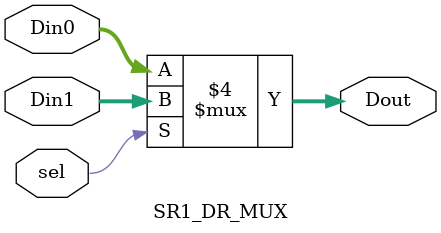
<source format=sv>
module SR1_DR_MUX (input logic [2:0] Din0,
                    input logic [2:0] Din1,
            input logic sel,
            output logic [2:0] Dout);
            
            always_comb
            begin
              if (sel == 1'b0)
                   Dout = Din0;
              else
                   Dout = Din1;
            end
endmodule

</source>
